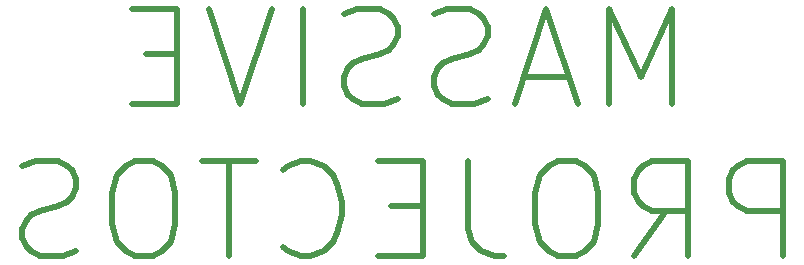
<source format=gbr>
%TF.GenerationSoftware,KiCad,Pcbnew,(6.0.5)*%
%TF.CreationDate,2022-07-13T22:10:15+01:00*%
%TF.ProjectId,WheelchairPCBKiCad,57686565-6c63-4686-9169-725043424b69,rev?*%
%TF.SameCoordinates,Original*%
%TF.FileFunction,Legend,Bot*%
%TF.FilePolarity,Positive*%
%FSLAX46Y46*%
G04 Gerber Fmt 4.6, Leading zero omitted, Abs format (unit mm)*
G04 Created by KiCad (PCBNEW (6.0.5)) date 2022-07-13 22:10:15*
%MOMM*%
%LPD*%
G01*
G04 APERTURE LIST*
%ADD10C,0.500000*%
G04 APERTURE END LIST*
D10*
X124266666Y-94969047D02*
X124266666Y-86969047D01*
X121600000Y-92683333D01*
X118933333Y-86969047D01*
X118933333Y-94969047D01*
X115504761Y-92683333D02*
X111695238Y-92683333D01*
X116266666Y-94969047D02*
X113600000Y-86969047D01*
X110933333Y-94969047D01*
X108647619Y-94588095D02*
X107504761Y-94969047D01*
X105600000Y-94969047D01*
X104838095Y-94588095D01*
X104457142Y-94207142D01*
X104076190Y-93445238D01*
X104076190Y-92683333D01*
X104457142Y-91921428D01*
X104838095Y-91540476D01*
X105600000Y-91159523D01*
X107123809Y-90778571D01*
X107885714Y-90397619D01*
X108266666Y-90016666D01*
X108647619Y-89254761D01*
X108647619Y-88492857D01*
X108266666Y-87730952D01*
X107885714Y-87350000D01*
X107123809Y-86969047D01*
X105219047Y-86969047D01*
X104076190Y-87350000D01*
X101028571Y-94588095D02*
X99885714Y-94969047D01*
X97980952Y-94969047D01*
X97219047Y-94588095D01*
X96838095Y-94207142D01*
X96457142Y-93445238D01*
X96457142Y-92683333D01*
X96838095Y-91921428D01*
X97219047Y-91540476D01*
X97980952Y-91159523D01*
X99504761Y-90778571D01*
X100266666Y-90397619D01*
X100647619Y-90016666D01*
X101028571Y-89254761D01*
X101028571Y-88492857D01*
X100647619Y-87730952D01*
X100266666Y-87350000D01*
X99504761Y-86969047D01*
X97600000Y-86969047D01*
X96457142Y-87350000D01*
X93028571Y-94969047D02*
X93028571Y-86969047D01*
X90361904Y-86969047D02*
X87695238Y-94969047D01*
X85028571Y-86969047D01*
X82361904Y-90778571D02*
X79695238Y-90778571D01*
X78552380Y-94969047D02*
X82361904Y-94969047D01*
X82361904Y-86969047D01*
X78552380Y-86969047D01*
X133600000Y-107849047D02*
X133600000Y-99849047D01*
X130552380Y-99849047D01*
X129790476Y-100230000D01*
X129409523Y-100610952D01*
X129028571Y-101372857D01*
X129028571Y-102515714D01*
X129409523Y-103277619D01*
X129790476Y-103658571D01*
X130552380Y-104039523D01*
X133600000Y-104039523D01*
X121028571Y-107849047D02*
X123695238Y-104039523D01*
X125600000Y-107849047D02*
X125600000Y-99849047D01*
X122552380Y-99849047D01*
X121790476Y-100230000D01*
X121409523Y-100610952D01*
X121028571Y-101372857D01*
X121028571Y-102515714D01*
X121409523Y-103277619D01*
X121790476Y-103658571D01*
X122552380Y-104039523D01*
X125600000Y-104039523D01*
X116076190Y-99849047D02*
X114552380Y-99849047D01*
X113790476Y-100230000D01*
X113028571Y-100991904D01*
X112647619Y-102515714D01*
X112647619Y-105182380D01*
X113028571Y-106706190D01*
X113790476Y-107468095D01*
X114552380Y-107849047D01*
X116076190Y-107849047D01*
X116838095Y-107468095D01*
X117600000Y-106706190D01*
X117980952Y-105182380D01*
X117980952Y-102515714D01*
X117600000Y-100991904D01*
X116838095Y-100230000D01*
X116076190Y-99849047D01*
X106933333Y-99849047D02*
X106933333Y-105563333D01*
X107314285Y-106706190D01*
X108076190Y-107468095D01*
X109219047Y-107849047D01*
X109980952Y-107849047D01*
X103123809Y-103658571D02*
X100457142Y-103658571D01*
X99314285Y-107849047D02*
X103123809Y-107849047D01*
X103123809Y-99849047D01*
X99314285Y-99849047D01*
X91314285Y-107087142D02*
X91695238Y-107468095D01*
X92838095Y-107849047D01*
X93599999Y-107849047D01*
X94742857Y-107468095D01*
X95504761Y-106706190D01*
X95885714Y-105944285D01*
X96266666Y-104420476D01*
X96266666Y-103277619D01*
X95885714Y-101753809D01*
X95504761Y-100991904D01*
X94742857Y-100230000D01*
X93599999Y-99849047D01*
X92838095Y-99849047D01*
X91695238Y-100230000D01*
X91314285Y-100610952D01*
X89028571Y-99849047D02*
X84457142Y-99849047D01*
X86742857Y-107849047D02*
X86742857Y-99849047D01*
X80266666Y-99849047D02*
X78742857Y-99849047D01*
X77980952Y-100230000D01*
X77219047Y-100991904D01*
X76838095Y-102515714D01*
X76838095Y-105182380D01*
X77219047Y-106706190D01*
X77980952Y-107468095D01*
X78742857Y-107849047D01*
X80266666Y-107849047D01*
X81028571Y-107468095D01*
X81790476Y-106706190D01*
X82171428Y-105182380D01*
X82171428Y-102515714D01*
X81790476Y-100991904D01*
X81028571Y-100230000D01*
X80266666Y-99849047D01*
X73790476Y-107468095D02*
X72647619Y-107849047D01*
X70742857Y-107849047D01*
X69980952Y-107468095D01*
X69599999Y-107087142D01*
X69219047Y-106325238D01*
X69219047Y-105563333D01*
X69599999Y-104801428D01*
X69980952Y-104420476D01*
X70742857Y-104039523D01*
X72266666Y-103658571D01*
X73028571Y-103277619D01*
X73409523Y-102896666D01*
X73790476Y-102134761D01*
X73790476Y-101372857D01*
X73409523Y-100610952D01*
X73028571Y-100230000D01*
X72266666Y-99849047D01*
X70361904Y-99849047D01*
X69219047Y-100230000D01*
M02*

</source>
